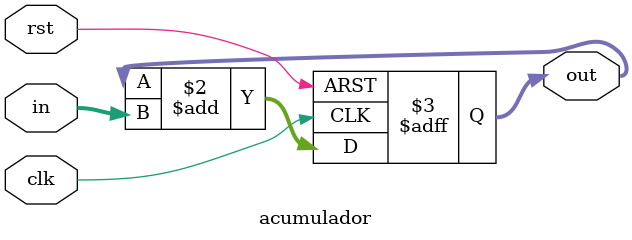
<source format=v>
module acumulador(in, out, rst, clk);

input [15:0] in;
input clk, rst;
output reg [15:0]out;

//Ou o clock ou o reset estará ativo/terá prioridade
//O reset é assíncrono, ou seja, quando válido (seja em 0 ou 1),
//reseta o registrador independente do clock
//Se o reset estiver ativo, a saída será zerada
//Se o reset estiver inativo, a saída será somada com a entrada do registrador

always@(posedge clk or posedge rst)
	begin
		if(rst)
			out = 16'b0;
		else
			out = (out + in);
	end
endmodule
</source>
